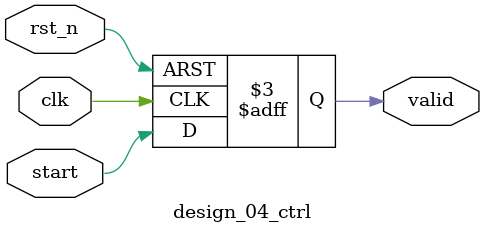
<source format=v>
module design_04_ctrl(
  input  clk,
  input  rst_n,
  input  start,
  output reg valid
);
  reg start_q;
  always @(posedge clk or negedge rst_n) begin
    if (!rst_n) begin
      valid <= 1'b0;
      start_q <= 1'b0;
    end else begin
      start_q <= start;
      valid <= start;
    end
  end
endmodule

</source>
